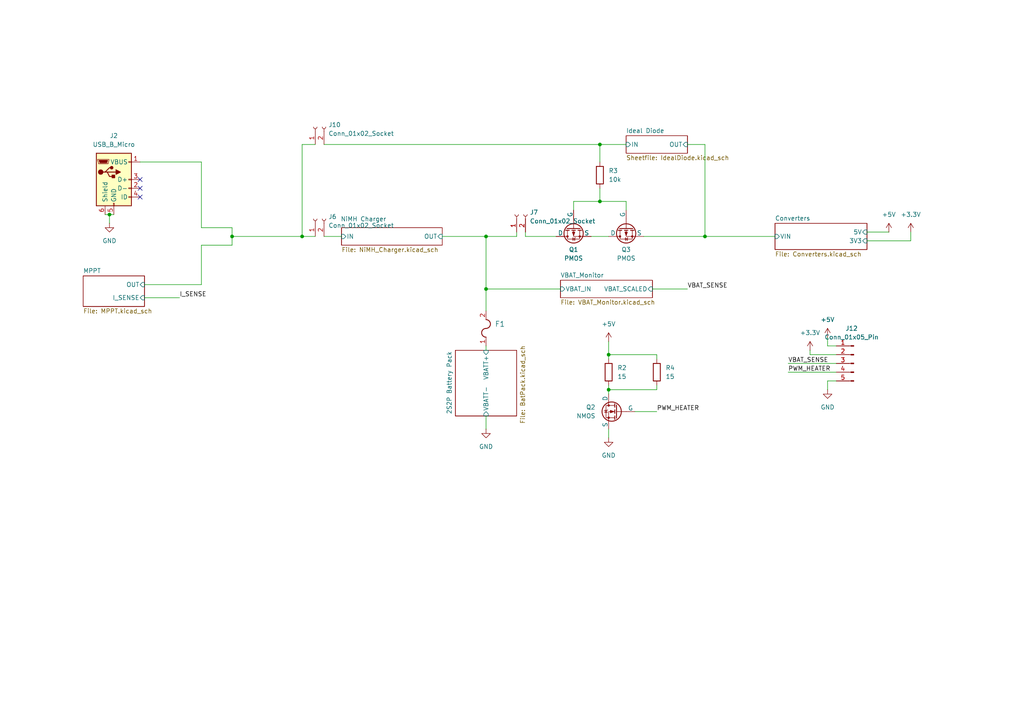
<source format=kicad_sch>
(kicad_sch (version 20231120) (generator "eeschema") (generator_version "8.0")
  (paper "A4")
  (title_block (date "2025-01-16") (company "University of Alberta") (comment 1 "Max Schatz") (comment 2 "Steven Sager") (comment 3 "Tejas Ravish") (comment 4 "Damien Huskic"))
  (lib_symbols
    (symbol "Capstone:39212000000" (pin_names (offset 0.254) hide)
      (property "Reference" "F" (at 5.08 3.175 0))
      (property "Value" "39212000000" (at 5.08 -3.175 0))
      (symbol "39212000000_1_1"
        (arc (start 5.08 0) (mid 3.81 1.2645) (end 2.54 0) (stroke (width 0.254)))
        (arc (start 5.08 0) (mid 6.35 -1.2645) (end 7.62 0) (stroke (width 0.254)))
        (pin unspecified line (at 0 0 0) (length 2.54) (name "1") (number "1"))
        (pin unspecified line (at 10.16 0 180) (length 2.54) (name "2") (number "2"))
      )
      (symbol "39212000000_1_2"
        (arc (start 0 5.08) (mid -1.2645 3.81) (end 0 2.54) (stroke (width 0.254)))
        (arc (start 0 5.08) (mid 1.2645 6.35) (end 0 7.62) (stroke (width 0.254)))
        (pin unspecified line (at 0 0 90) (length 2.54) (name "1") (number "1"))
        (pin unspecified line (at 0 10.16 270) (length 2.54) (name "2") (number "2"))
      )
    )
    (symbol "Connector:Conn_01x02_Socket" (pin_names (offset 1.016) hide)
      (property "Reference" "J" (at 0 2.54 0))
      (property "Value" "Conn_01x02_Socket" (at 0 -5.08 0))
      (symbol "Conn_01x02_Socket_1_1"
        (arc (start 0 -2.032) (mid -0.5058 -2.54) (end 0 -3.048) (stroke (width 0.1524)))
        (polyline (pts (xy -1.27 -2.54) (xy -0.508 -2.54)) (stroke (width 0.1524)))
        (polyline (pts (xy -1.27 0) (xy -0.508 0)) (stroke (width 0.1524)))
        (arc (start 0 0.508) (mid -0.5058 0) (end 0 -0.508) (stroke (width 0.1524)))
        (pin passive line (at -5.08 0 0) (length 3.81) (name "Pin_1") (number "1"))
        (pin passive line (at -5.08 -2.54 0) (length 3.81) (name "Pin_2") (number "2"))
      )
    )
    (symbol "Connector:Conn_01x05_Pin" (pin_names (offset 1.016) hide)
      (property "Reference" "J" (at 0 7.62 0))
      (property "Value" "Conn_01x05_Pin" (at 0 -7.62 0))
      (symbol "Conn_01x05_Pin_1_1"
        (polyline (pts (xy 1.27 -5.08) (xy 0.8636 -5.08)) (stroke (width 0.1524)))
        (polyline (pts (xy 1.27 -2.54) (xy 0.8636 -2.54)) (stroke (width 0.1524)))
        (polyline (pts (xy 1.27 0) (xy 0.8636 0)) (stroke (width 0.1524)))
        (polyline (pts (xy 1.27 2.54) (xy 0.8636 2.54)) (stroke (width 0.1524)))
        (polyline (pts (xy 1.27 5.08) (xy 0.8636 5.08)) (stroke (width 0.1524)))
        (rectangle (start 0.8636 -4.953) (end 0 -5.207) (stroke (width 0.1524)) (fill (type outline)))
        (rectangle (start 0.8636 -2.413) (end 0 -2.667) (stroke (width 0.1524)) (fill (type outline)))
        (rectangle (start 0.8636 0.127) (end 0 -0.127) (stroke (width 0.1524)) (fill (type outline)))
        (rectangle (start 0.8636 2.667) (end 0 2.413) (stroke (width 0.1524)) (fill (type outline)))
        (rectangle (start 0.8636 5.207) (end 0 4.953) (stroke (width 0.1524)) (fill (type outline)))
        (pin passive line (at 5.08 5.08 180) (length 3.81) (name "Pin_1") (number "1"))
        (pin passive line (at 5.08 2.54 180) (length 3.81) (name "Pin_2") (number "2"))
        (pin passive line (at 5.08 0 180) (length 3.81) (name "Pin_3") (number "3"))
        (pin passive line (at 5.08 -2.54 180) (length 3.81) (name "Pin_4") (number "4"))
        (pin passive line (at 5.08 -5.08 180) (length 3.81) (name "Pin_5") (number "5"))
      )
    )
    (symbol "Connector:USB_B_Micro" (pin_names (offset 1.016))
      (property "Reference" "J" (at -5.08 11.43 0))
      (property "Value" "USB_B_Micro" (at -5.08 8.89 0))
      (symbol "USB_B_Micro_0_1"
        (rectangle (start -5.08 -7.62) (end 5.08 7.62) (stroke (width 0.254)) (fill (type background)))
        (circle (center -3.81 2.159) (radius 0.635) (stroke (width 0.254)) (fill (type outline)))
        (circle (center -0.635 3.429) (radius 0.381) (stroke (width 0.254)) (fill (type outline)))
        (rectangle (start -0.127 -7.62) (end 0.127 -6.858))
        (polyline (pts (xy -1.905 2.159) (xy 0.635 2.159)) (stroke (width 0.254)))
        (polyline (pts (xy -3.175 2.159) (xy -2.54 2.159) (xy -1.27 3.429) (xy -0.635 3.429)) (stroke (width 0.254)))
        (polyline (pts (xy -2.54 2.159) (xy -1.905 2.159) (xy -1.27 0.889) (xy 0 0.889)) (stroke (width 0.254)))
        (polyline (pts (xy 0.635 2.794) (xy 0.635 1.524) (xy 1.905 2.159) (xy 0.635 2.794)) (stroke (width 0.254)) (fill (type outline)))
        (polyline (pts (xy -4.318 5.588) (xy -1.778 5.588) (xy -2.032 4.826) (xy -4.064 4.826) (xy -4.318 5.588)) (fill (type outline)))
        (polyline (pts (xy -4.699 5.842) (xy -4.699 5.588) (xy -4.445 4.826) (xy -4.445 4.572) (xy -1.651 4.572) (xy -1.651 4.826) (xy -1.397 5.588) (xy -1.397 5.842) (xy -4.699 5.842)))
        (rectangle (start 0.254 1.27) (end -0.508 0.508) (stroke (width 0.254)) (fill (type outline)))
        (rectangle (start 5.08 -5.207) (end 4.318 -4.953))
        (rectangle (start 5.08 -2.667) (end 4.318 -2.413))
        (rectangle (start 5.08 -0.127) (end 4.318 0.127))
        (rectangle (start 5.08 4.953) (end 4.318 5.207))
      )
      (symbol "USB_B_Micro_1_1"
        (pin power_out line (at 7.62 5.08 180) (length 2.54) (name "VBUS") (number "1"))
        (pin bidirectional line (at 7.62 -2.54 180) (length 2.54) (name "D-") (number "2"))
        (pin bidirectional line (at 7.62 0 180) (length 2.54) (name "D+") (number "3"))
        (pin passive line (at 7.62 -5.08 180) (length 2.54) (name "ID") (number "4"))
        (pin power_out line (at 0 -10.16 90) (length 2.54) (name "GND") (number "5"))
        (pin passive line (at -2.54 -10.16 90) (length 2.54) (name "Shield") (number "6"))
      )
    )
    (symbol "Device:R" (pin_numbers hide) (pin_names (offset 0))
      (property "Reference" "R" (at 2.032 0 90))
      (property "Value" "R" (at 0 0 90))
      (symbol "R_0_1"
        (rectangle (start -1.016 -2.54) (end 1.016 2.54) (stroke (width 0.254)))
      )
      (symbol "R_1_1"
        (pin passive line (at 0 3.81 270) (length 1.27) (name "~") (number "1"))
        (pin passive line (at 0 -3.81 90) (length 1.27) (name "~") (number "2"))
      )
    )
    (symbol "Simulation_SPICE:NMOS" (pin_numbers hide) (pin_names (offset 0))
      (property "Reference" "Q" (at 5.08 1.27 0))
      (property "Value" "NMOS" (at 5.08 -1.27 0))
      (symbol "NMOS_0_1"
        (polyline (pts (xy 0.254 0) (xy -2.54 0)))
        (polyline (pts (xy 0.254 1.905) (xy 0.254 -1.905)) (stroke (width 0.254)))
        (polyline (pts (xy 0.762 -1.27) (xy 0.762 -2.286)) (stroke (width 0.254)))
        (polyline (pts (xy 0.762 0.508) (xy 0.762 -0.508)) (stroke (width 0.254)))
        (polyline (pts (xy 0.762 2.286) (xy 0.762 1.27)) (stroke (width 0.254)))
        (polyline (pts (xy 2.54 2.54) (xy 2.54 1.778)))
        (polyline (pts (xy 2.54 -2.54) (xy 2.54 0) (xy 0.762 0)))
        (polyline (pts (xy 0.762 -1.778) (xy 3.302 -1.778) (xy 3.302 1.778) (xy 0.762 1.778)))
        (polyline (pts (xy 1.016 0) (xy 2.032 0.381) (xy 2.032 -0.381) (xy 1.016 0)) (fill (type outline)))
        (polyline (pts (xy 2.794 0.508) (xy 2.921 0.381) (xy 3.683 0.381) (xy 3.81 0.254)))
        (polyline (pts (xy 3.302 0.381) (xy 2.921 -0.254) (xy 3.683 -0.254) (xy 3.302 0.381)))
        (circle (center 1.651 0) (radius 2.794) (stroke (width 0.254)))
        (circle (center 2.54 -1.778) (radius 0.254) (fill (type outline)))
        (circle (center 2.54 1.778) (radius 0.254) (fill (type outline)))
      )
      (symbol "NMOS_1_1"
        (pin passive line (at 2.54 5.08 270) (length 2.54) (name "D") (number "1"))
        (pin input line (at -5.08 0 0) (length 2.54) (name "G") (number "2"))
        (pin passive line (at 2.54 -5.08 90) (length 2.54) (name "S") (number "3"))
      )
    )
    (symbol "Simulation_SPICE:PMOS" (pin_numbers hide) (pin_names (offset 0))
      (property "Reference" "Q" (at 5.08 1.27 0))
      (property "Value" "PMOS" (at 5.08 -1.27 0))
      (symbol "PMOS_0_1"
        (polyline (pts (xy 0.254 0) (xy -2.54 0)))
        (polyline (pts (xy 0.254 1.905) (xy 0.254 -1.905)) (stroke (width 0.254)))
        (polyline (pts (xy 0.762 -1.27) (xy 0.762 -2.286)) (stroke (width 0.254)))
        (polyline (pts (xy 0.762 0.508) (xy 0.762 -0.508)) (stroke (width 0.254)))
        (polyline (pts (xy 0.762 2.286) (xy 0.762 1.27)) (stroke (width 0.254)))
        (polyline (pts (xy 2.54 2.54) (xy 2.54 1.778)))
        (polyline (pts (xy 2.54 -2.54) (xy 2.54 0) (xy 0.762 0)))
        (polyline (pts (xy 0.762 1.778) (xy 3.302 1.778) (xy 3.302 -1.778) (xy 0.762 -1.778)))
        (polyline (pts (xy 2.286 0) (xy 1.27 0.381) (xy 1.27 -0.381) (xy 2.286 0)) (fill (type outline)))
        (polyline (pts (xy 2.794 -0.508) (xy 2.921 -0.381) (xy 3.683 -0.381) (xy 3.81 -0.254)))
        (polyline (pts (xy 3.302 -0.381) (xy 2.921 0.254) (xy 3.683 0.254) (xy 3.302 -0.381)))
        (circle (center 1.651 0) (radius 2.794) (stroke (width 0.254)))
        (circle (center 2.54 -1.778) (radius 0.254) (fill (type outline)))
        (circle (center 2.54 1.778) (radius 0.254) (fill (type outline)))
      )
      (symbol "PMOS_1_1"
        (pin passive line (at 2.54 5.08 270) (length 2.54) (name "D") (number "1"))
        (pin input line (at -5.08 0 0) (length 2.54) (name "G") (number "2"))
        (pin passive line (at 2.54 -5.08 90) (length 2.54) (name "S") (number "3"))
      )
    )
    (symbol "power:+3.3V" (power) (pin_numbers hide) (pin_names (offset 0) hide)
      (property "Value" "+3.3V" (at 0 3.556 0))
      (symbol "+3.3V_0_1"
        (polyline (pts (xy -0.762 1.27) (xy 0 2.54)))
        (polyline (pts (xy 0 0) (xy 0 2.54)))
        (polyline (pts (xy 0 2.54) (xy 0.762 1.27)))
      )
      (symbol "+3.3V_1_1"
        (pin power_in line (at 0 0 90) (length 0) (name "~") (number "1"))
      )
    )
    (symbol "power:+5V" (power) (pin_numbers hide) (pin_names (offset 0) hide)
      (property "Value" "+5V" (at 0 3.556 0))
      (symbol "+5V_0_1"
        (polyline (pts (xy -0.762 1.27) (xy 0 2.54)))
        (polyline (pts (xy 0 0) (xy 0 2.54)))
        (polyline (pts (xy 0 2.54) (xy 0.762 1.27)))
      )
      (symbol "+5V_1_1"
        (pin power_in line (at 0 0 90) (length 0) (name "~") (number "1"))
      )
    )
    (symbol "power:GND" (power) (pin_numbers hide) (pin_names (offset 0) hide)
      (property "Value" "GND" (at 0 -3.81 0))
      (symbol "GND_0_1"
        (polyline (pts (xy 0 0) (xy 0 -1.27) (xy 1.27 -1.27) (xy 0 -2.54) (xy -1.27 -1.27) (xy 0 -1.27)))
      )
      (symbol "GND_1_1"
        (pin power_in line (at 0 0 270) (length 0) (name "~") (number "1"))
      )
    )
  )
  (junction (at 176.53 113.03))
  (junction (at 87.63 68.58))
  (junction (at 173.99 58.42))
  (junction (at 176.53 102.87))
  (junction (at 31.75 62.23))
  (junction (at 67.31 68.58))
  (junction (at 140.97 83.82))
  (junction (at 173.99 41.91))
  (junction (at 204.47 68.58))
  (junction (at 140.97 68.58))
  (no_connect (at 40.64 54.61))
  (no_connect (at 40.64 57.15))
  (no_connect (at 40.64 52.07))
  (wire (pts (xy 171.45 68.58) (xy 176.53 68.58)))
  (wire (pts (xy 228.6 107.95) (xy 242.57 107.95)))
  (wire (pts (xy 31.75 62.23) (xy 31.75 64.77)))
  (wire (pts (xy 166.37 58.42) (xy 166.37 60.96)))
  (wire (pts (xy 181.61 60.96) (xy 181.61 58.42)))
  (wire (pts (xy 58.42 71.12) (xy 67.31 71.12)))
  (wire (pts (xy 67.31 66.04) (xy 67.31 68.58)))
  (wire (pts (xy 176.53 102.87) (xy 176.53 104.14)))
  (wire (pts (xy 40.64 46.99) (xy 58.42 46.99)))
  (wire (pts (xy 173.99 41.91) (xy 173.99 46.99)))
  (wire (pts (xy 173.99 58.42) (xy 181.61 58.42)))
  (wire (pts (xy 176.53 113.03) (xy 176.53 114.3)))
  (wire (pts (xy 176.53 124.46) (xy 176.53 127)))
  (wire (pts (xy 58.42 46.99) (xy 58.42 66.04)))
  (wire (pts (xy 128.27 68.58) (xy 140.97 68.58)))
  (wire (pts (xy 228.6 105.41) (xy 242.57 105.41)))
  (wire (pts (xy 58.42 66.04) (xy 67.31 66.04)))
  (wire (pts (xy 87.63 41.91) (xy 91.44 41.91)))
  (wire (pts (xy 173.99 58.42) (xy 166.37 58.42)))
  (wire (pts (xy 58.42 82.55) (xy 58.42 71.12)))
  (wire (pts (xy 240.03 97.79) (xy 240.03 100.33)))
  (wire (pts (xy 93.98 41.91) (xy 173.99 41.91)))
  (wire (pts (xy 67.31 71.12) (xy 67.31 68.58)))
  (wire (pts (xy 149.86 68.58) (xy 140.97 68.58)))
  (wire (pts (xy 93.98 68.58) (xy 99.06 68.58)))
  (wire (pts (xy 204.47 68.58) (xy 224.79 68.58)))
  (wire (pts (xy 140.97 120.65) (xy 140.97 124.46)))
  (wire (pts (xy 176.53 99.06) (xy 176.53 102.87)))
  (wire (pts (xy 264.16 69.85) (xy 264.16 67.31)))
  (wire (pts (xy 67.31 68.58) (xy 87.63 68.58)))
  (wire (pts (xy 152.4 67.31) (xy 152.4 68.58)))
  (wire (pts (xy 240.03 113.03) (xy 240.03 110.49)))
  (wire (pts (xy 149.86 67.31) (xy 149.86 68.58)))
  (wire (pts (xy 190.5 111.76) (xy 190.5 113.03)))
  (wire (pts (xy 140.97 100.33) (xy 140.97 101.6)))
  (wire (pts (xy 31.75 62.23) (xy 33.02 62.23)))
  (wire (pts (xy 87.63 68.58) (xy 91.44 68.58)))
  (wire (pts (xy 186.69 68.58) (xy 204.47 68.58)))
  (wire (pts (xy 173.99 54.61) (xy 173.99 58.42)))
  (wire (pts (xy 240.03 110.49) (xy 242.57 110.49)))
  (wire (pts (xy 234.95 102.87) (xy 234.95 101.6)))
  (wire (pts (xy 87.63 41.91) (xy 87.63 68.58)))
  (wire (pts (xy 152.4 68.58) (xy 161.29 68.58)))
  (wire (pts (xy 140.97 83.82) (xy 140.97 90.17)))
  (wire (pts (xy 199.39 41.91) (xy 204.47 41.91)))
  (wire (pts (xy 190.5 113.03) (xy 176.53 113.03)))
  (wire (pts (xy 251.46 67.31) (xy 257.81 67.31)))
  (wire (pts (xy 190.5 102.87) (xy 190.5 104.14)))
  (wire (pts (xy 176.53 111.76) (xy 176.53 113.03)))
  (wire (pts (xy 242.57 102.87) (xy 234.95 102.87)))
  (wire (pts (xy 189.23 83.82) (xy 199.39 83.82)))
  (wire (pts (xy 204.47 41.91) (xy 204.47 68.58)))
  (wire (pts (xy 240.03 100.33) (xy 242.57 100.33)))
  (wire (pts (xy 140.97 83.82) (xy 162.56 83.82)))
  (wire (pts (xy 251.46 69.85) (xy 264.16 69.85)))
  (wire (pts (xy 41.91 86.36) (xy 52.07 86.36)))
  (wire (pts (xy 41.91 82.55) (xy 58.42 82.55)))
  (wire (pts (xy 184.15 119.38) (xy 190.5 119.38)))
  (wire (pts (xy 176.53 102.87) (xy 190.5 102.87)))
  (wire (pts (xy 140.97 68.58) (xy 140.97 83.82)))
  (wire (pts (xy 173.99 41.91) (xy 181.61 41.91)))
  (wire (pts (xy 30.48 62.23) (xy 31.75 62.23)))
  (label "PWM_HEATER" (at 190.5 119.38 0))
  (label "PWM_HEATER" (at 228.6 107.95 0))
  (label "VBAT_SENSE" (at 199.39 83.82 0))
  (label "I_SENSE" (at 52.07 86.36 0))
  (label "VBAT_SENSE" (at 228.6 105.41 0))
  (symbol (lib_id "power:GND") (at 31.75 64.77 0) (unit 1)
    (property "Reference" "#PWR04" (effects (hide yes)))
    (property "Value" "GND" (at 31.75 69.85 0))
    (property "Description" "Power symbol creates a global label with name \"GND\" , ground" (effects (hide yes)))
  )
  (symbol (lib_id "Connector:Conn_01x05_Pin") (at 247.65 105.41 0) (mirror y) (unit 1)
    (property "Reference" "J12" (at 247.015 95.25 0))
    (property "Value" "Conn_01x05_Pin" (at 247.015 97.79 0))
    (property "Footprint" "Connector_PinHeader_2.54mm:PinHeader_1x05_P2.54mm_Vertical" (effects (hide yes)))
    (property "Description" "Generic connector, single row, 01x05, script generated" (effects (hide yes)))
  )
  (symbol (lib_id "Connector:Conn_01x02_Socket") (at 91.44 63.5 90) (unit 1)
    (property "Reference" "J6" (at 95.25 62.8649 90) (effects (justify right)))
    (property "Value" "Conn_01x02_Socket" (at 95.25 65.4049 90) (effects (justify right)))
    (property "Footprint" "Connector_PinHeader_2.54mm:PinHeader_1x02_P2.54mm_Vertical" (effects (hide yes)))
    (property "Description" "Generic connector, single row, 01x02, script generated" (effects (hide yes)))
  )
  (symbol (lib_id "power:GND") (at 240.03 113.03 0) (unit 1)
    (property "Reference" "#PWR012" (effects (hide yes)))
    (property "Value" "GND" (at 240.03 118.11 0))
    (property "Description" "Power symbol creates a global label with name \"GND\" , ground" (effects (hide yes)))
  )
  (symbol (lib_id "Connector:Conn_01x02_Socket") (at 91.44 36.83 90) (unit 1)
    (property "Reference" "J10" (at 95.25 36.1949 90) (effects (justify right)))
    (property "Value" "Conn_01x02_Socket" (at 95.25 38.7349 90) (effects (justify right)))
    (property "Footprint" "Connector_PinHeader_2.54mm:PinHeader_1x02_P2.54mm_Vertical" (effects (hide yes)))
    (property "Description" "Generic connector, single row, 01x02, script generated" (effects (hide yes)))
  )
  (symbol (lib_id "power:+5V") (at 176.53 99.06 0) (unit 1)
    (property "Reference" "#PWR05" (effects (hide yes)))
    (property "Value" "+5V" (at 176.53 93.98 0))
    (property "Description" "Power symbol creates a global label with name \"+5V\"" (effects (hide yes)))
  )
  (symbol (lib_id "power:GND") (at 176.53 127 0) (unit 1)
    (property "Reference" "#PWR06" (effects (hide yes)))
    (property "Value" "GND" (at 176.53 132.08 0))
    (property "Description" "Power symbol creates a global label with name \"GND\" , ground" (effects (hide yes)))
  )
  (symbol (lib_id "Simulation_SPICE:PMOS") (at 166.37 66.04 90) (mirror x) (unit 1)
    (property "Reference" "Q1" (at 166.37 72.39 90))
    (property "Value" "PMOS" (at 166.37 74.93 90))
    (property "Footprint" "Package_TO_SOT_THT:TO-220-3_Horizontal_TabDown" (effects (hide yes)))
    (property "Datasheet" "https://ngspice.sourceforge.io/docs/ngspice-html-manual/manual.xhtml#cha_MOSFETs" (effects (hide yes)))
    (property "Description" "P-MOSFET transistor, drain/source/gate" (effects (hide yes)))
    (property "Sim.Device" "PMOS" (effects (hide yes)))
    (property "Sim.Type" "VDMOS" (effects (hide yes)))
    (property "Sim.Pins" "1=D 2=G 3=S" (effects (hide yes)))
  )
  (symbol (lib_id "power:+5V") (at 257.81 67.31 0) (unit 1)
    (property "Reference" "#PWR08" (effects (hide yes)))
    (property "Value" "+5V" (at 257.81 62.23 0))
    (property "Description" "Power symbol creates a global label with name \"+5V\"" (effects (hide yes)))
  )
  (symbol (lib_id "Capstone:39212000000") (at 140.97 100.33 90) (unit 1)
    (property "Reference" "F1" (at 143.51 93.9799 90) (effects (font (size 1.524 1.524)) (justify right)))
    (property "Value" "39212000000" (effects (hide yes)))
    (property "Footprint" "Capstone:FUS_LITTELFUSE_392_LTF" (effects (hide yes)))
    (property "Datasheet" "39212000000" (effects (hide yes)))
  )
  (symbol (lib_id "power:+3.3V") (at 264.16 67.31 0) (unit 1)
    (property "Reference" "#PWR09" (effects (hide yes)))
    (property "Value" "+3.3V" (at 264.16 62.23 0))
    (property "Description" "Power symbol creates a global label with name \"+3.3V\"" (effects (hide yes)))
  )
  (symbol (lib_id "power:+3.3V") (at 234.95 101.6 0) (unit 1)
    (property "Reference" "#PWR011" (effects (hide yes)))
    (property "Value" "+3.3V" (at 234.95 96.52 0))
    (property "Description" "Power symbol creates a global label with name \"+3.3V\"" (effects (hide yes)))
  )
  (symbol (lib_id "Simulation_SPICE:PMOS") (at 181.61 66.04 90) (mirror x) (unit 1)
    (property "Reference" "Q3" (at 181.61 72.39 90))
    (property "Value" "PMOS" (at 181.61 74.93 90))
    (property "Footprint" "Package_TO_SOT_THT:TO-220-3_Horizontal_TabDown" (effects (hide yes)))
    (property "Datasheet" "https://ngspice.sourceforge.io/docs/ngspice-html-manual/manual.xhtml#cha_MOSFETs" (effects (hide yes)))
    (property "Description" "P-MOSFET transistor, drain/source/gate" (effects (hide yes)))
    (property "Sim.Device" "PMOS" (effects (hide yes)))
    (property "Sim.Type" "VDMOS" (effects (hide yes)))
    (property "Sim.Pins" "1=D 2=G 3=S" (effects (hide yes)))
  )
  (symbol (lib_id "Connector:Conn_01x02_Socket") (at 149.86 62.23 90) (unit 1)
    (property "Reference" "J7" (at 153.67 61.5949 90) (effects (justify right)))
    (property "Value" "Conn_01x02_Socket" (at 153.67 64.1349 90) (effects (justify right)))
    (property "Footprint" "Connector_PinHeader_2.54mm:PinHeader_1x02_P2.54mm_Vertical" (effects (hide yes)))
    (property "Description" "Generic connector, single row, 01x02, script generated" (effects (hide yes)))
  )
  (symbol (lib_id "Device:R") (at 173.99 50.8 0) (unit 1)
    (property "Reference" "R3" (at 176.53 49.5299 0) (effects (justify left)))
    (property "Value" "10k" (at 176.53 52.0699 0) (effects (justify left)))
    (property "Footprint" "Resistor_SMD:R_1206_3216Metric_Pad1.30x1.75mm_HandSolder" (effects (hide yes)))
    (property "Description" "Resistor" (effects (hide yes)))
  )
  (symbol (lib_id "Connector:USB_B_Micro") (at 33.02 52.07 0) (unit 1)
    (property "Reference" "J2" (at 33.02 39.37 0))
    (property "Value" "USB_B_Micro" (at 33.02 41.91 0))
    (property "Footprint" "Connector_USB:USB_Micro-B_Amphenol_10104110_Horizontal" (effects (hide yes)))
    (property "Description" "USB Micro Type B connector" (effects (hide yes)))
  )
  (symbol (lib_id "power:GND") (at 140.97 124.46 0) (unit 1)
    (property "Reference" "#PWR02" (effects (hide yes)))
    (property "Value" "GND" (at 140.97 129.54 0))
    (property "Description" "Power symbol creates a global label with name \"GND\" , ground" (effects (hide yes)))
  )
  (symbol (lib_id "Device:R") (at 190.5 107.95 0) (unit 1)
    (property "Reference" "R4" (at 193.04 106.6799 0) (effects (justify left)))
    (property "Value" "15" (at 193.04 109.2199 0) (effects (justify left)))
    (property "Footprint" "Capstone:res2_1-1625892-1_TEC" (effects (hide yes)))
    (property "Description" "Resistor" (effects (hide yes)))
  )
  (symbol (lib_id "Device:R") (at 176.53 107.95 0) (unit 1)
    (property "Reference" "R2" (at 179.07 106.6799 0) (effects (justify left)))
    (property "Value" "15" (at 179.07 109.2199 0) (effects (justify left)))
    (property "Footprint" "Capstone:res2_1-1625892-1_TEC" (effects (hide yes)))
    (property "Description" "Resistor" (effects (hide yes)))
  )
  (symbol (lib_id "Simulation_SPICE:NMOS") (at 179.07 119.38 0) (mirror y) (unit 1)
    (property "Reference" "Q2" (at 172.72 118.1099 0) (effects (justify left)))
    (property "Value" "NMOS" (at 172.72 120.6499 0) (effects (justify left)))
    (property "Footprint" "Package_TO_SOT_THT:TO-220-3_Horizontal_TabDown" (effects (hide yes)))
    (property "Datasheet" "https://ngspice.sourceforge.io/docs/ngspice-html-manual/manual.xhtml#cha_MOSFETs" (effects (hide yes)))
    (property "Description" "N-MOSFET transistor, drain/source/gate" (effects (hide yes)))
    (property "Sim.Device" "NMOS" (effects (hide yes)))
    (property "Sim.Type" "VDMOS" (effects (hide yes)))
    (property "Sim.Pins" "1=D 2=G 3=S" (effects (hide yes)))
  )
  (symbol (lib_id "power:+5V") (at 240.03 97.79 0) (unit 1)
    (property "Reference" "#PWR010" (effects (hide yes)))
    (property "Value" "+5V" (at 240.03 92.71 0))
    (property "Description" "Power symbol creates a global label with name \"+5V\"" (effects (hide yes)))
  )
  (sheet (at 24.13 80.01) (size 17.78 8.89) (stroke (width 0.1524))
    (property "Sheetname" "MPPT" (at 24.13 79.2984 0) (effects (justify left bottom)))
    (property "Sheetfile" "MPPT.kicad_sch" (at 24.13 89.4846 0) (effects (justify left top)))
    (pin "I_SENSE" input (at 41.91 86.36 0))
    (pin "OUT" input (at 41.91 82.55 0))
  )
  (sheet (at 162.56 81.28) (size 26.67 5.08) (stroke (width 0.1524))
    (property "Sheetname" "VBAT_Monitor" (at 162.56 80.5684 0) (effects (justify left bottom)))
    (property "Sheetfile" "VBAT_Monitor.kicad_sch" (at 162.56 86.9446 0) (effects (justify left top)))
    (pin "VBAT_IN" input (at 162.56 83.82 180))
    (pin "VBAT_SCALED" input (at 189.23 83.82 0))
  )
  (sheet (at 224.79 64.77) (size 26.67 7.62) (stroke (width 0.1524))
    (property "Sheetname" "Converters" (at 224.79 64.0584 0) (effects (justify left bottom)))
    (property "Sheetfile" "Converters.kicad_sch" (at 224.79 72.9746 0) (effects (justify left top)))
    (pin "5V" input (at 251.46 67.31 0))
    (pin "3V3" input (at 251.46 69.85 0))
    (pin "VIN" input (at 224.79 68.58 180))
  )
  (sheet (at 181.61 39.37) (size 17.78 5.08) (stroke (width 0.1524))
    (property "Sheetname" "Ideal Diode" (at 181.61 38.6584 0) (effects (justify left bottom)))
    (property "Sheetfile" "IdealDiode.kicad_sch" (at 181.61 45.0346 0) (show_name yes) (effects (justify left top)))
    (pin "IN" input (at 181.61 41.91 180))
    (pin "OUT" input (at 199.39 41.91 0))
  )
  (sheet (at 132.08 101.6) (size 17.78 19.05) (stroke (width 0.1524))
    (property "Sheetname" "2S2P Battery Pack" (at 131.064 120.142 90) (effects (justify left bottom)))
    (property "Sheetfile" "BatPack.kicad_sch" (at 150.876 122.936 90) (effects (justify left top)))
    (pin "VBATT-" input (at 140.97 120.65 270))
    (pin "VBATT+" input (at 140.97 101.6 90))
  )
  (sheet (at 99.06 66.04) (size 29.21 5.08) (stroke (width 0.1524))
    (property "Sheetname" "NiMH Charger" (at 98.806 64.262 0) (effects (justify left bottom)))
    (property "Sheetfile" "NiMH_Charger.kicad_sch" (at 99.06 71.7046 0) (effects (justify left top)))
    (pin "OUT" input (at 128.27 68.58 0))
    (pin "IN" input (at 99.06 68.58 180))
  )
)
</source>
